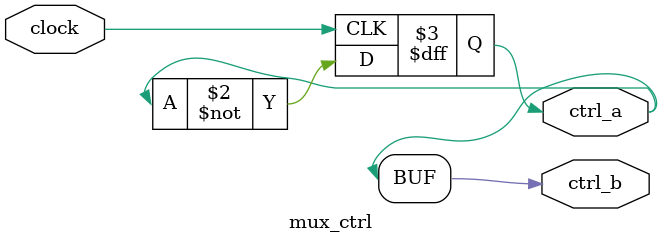
<source format=v>
module mux_ctrl (clock, ctrl_a, ctrl_b);

input clock;
output ctrl_a, ctrl_b;

reg ctrl_a;
wire ctrl_b;

assign ctrl_b = ctrl_a;
always@(posedge clock)begin
	ctrl_a<=~ctrl_a;
end

endmodule
</source>
